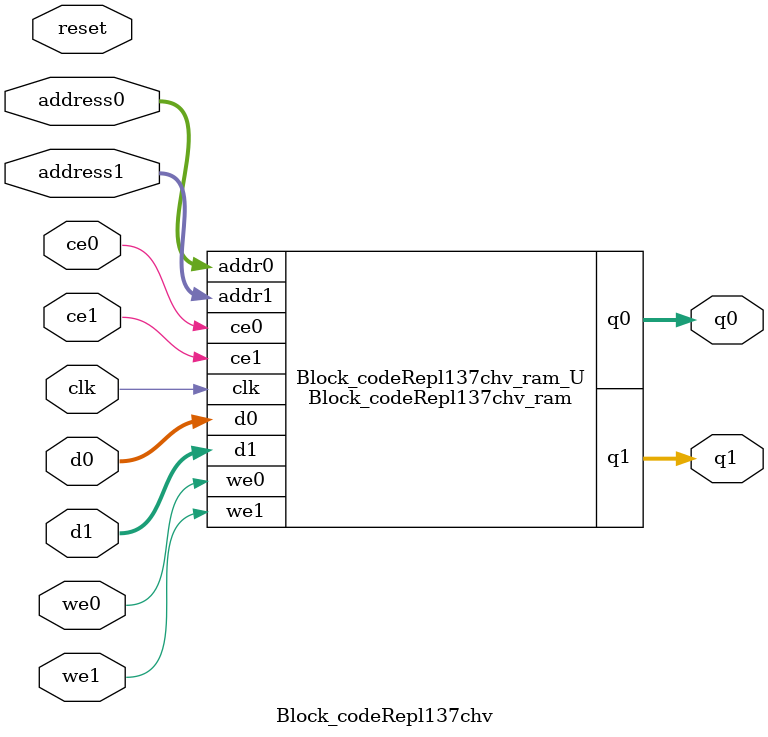
<source format=v>
`timescale 1 ns / 1 ps
module Block_codeRepl137chv_ram (addr0, ce0, d0, we0, q0, addr1, ce1, d1, we1, q1,  clk);

parameter DWIDTH = 5;
parameter AWIDTH = 13;
parameter MEM_SIZE = 8064;

input[AWIDTH-1:0] addr0;
input ce0;
input[DWIDTH-1:0] d0;
input we0;
output reg[DWIDTH-1:0] q0;
input[AWIDTH-1:0] addr1;
input ce1;
input[DWIDTH-1:0] d1;
input we1;
output reg[DWIDTH-1:0] q1;
input clk;

(* ram_style = "block" *)reg [DWIDTH-1:0] ram[0:MEM_SIZE-1];




always @(posedge clk)  
begin 
    if (ce0) begin
        if (we0) 
            ram[addr0] <= d0; 
        q0 <= ram[addr0];
    end
end


always @(posedge clk)  
begin 
    if (ce1) begin
        if (we1) 
            ram[addr1] <= d1; 
        q1 <= ram[addr1];
    end
end


endmodule

`timescale 1 ns / 1 ps
module Block_codeRepl137chv(
    reset,
    clk,
    address0,
    ce0,
    we0,
    d0,
    q0,
    address1,
    ce1,
    we1,
    d1,
    q1);

parameter DataWidth = 32'd5;
parameter AddressRange = 32'd8064;
parameter AddressWidth = 32'd13;
input reset;
input clk;
input[AddressWidth - 1:0] address0;
input ce0;
input we0;
input[DataWidth - 1:0] d0;
output[DataWidth - 1:0] q0;
input[AddressWidth - 1:0] address1;
input ce1;
input we1;
input[DataWidth - 1:0] d1;
output[DataWidth - 1:0] q1;



Block_codeRepl137chv_ram Block_codeRepl137chv_ram_U(
    .clk( clk ),
    .addr0( address0 ),
    .ce0( ce0 ),
    .we0( we0 ),
    .d0( d0 ),
    .q0( q0 ),
    .addr1( address1 ),
    .ce1( ce1 ),
    .we1( we1 ),
    .d1( d1 ),
    .q1( q1 ));

endmodule


</source>
